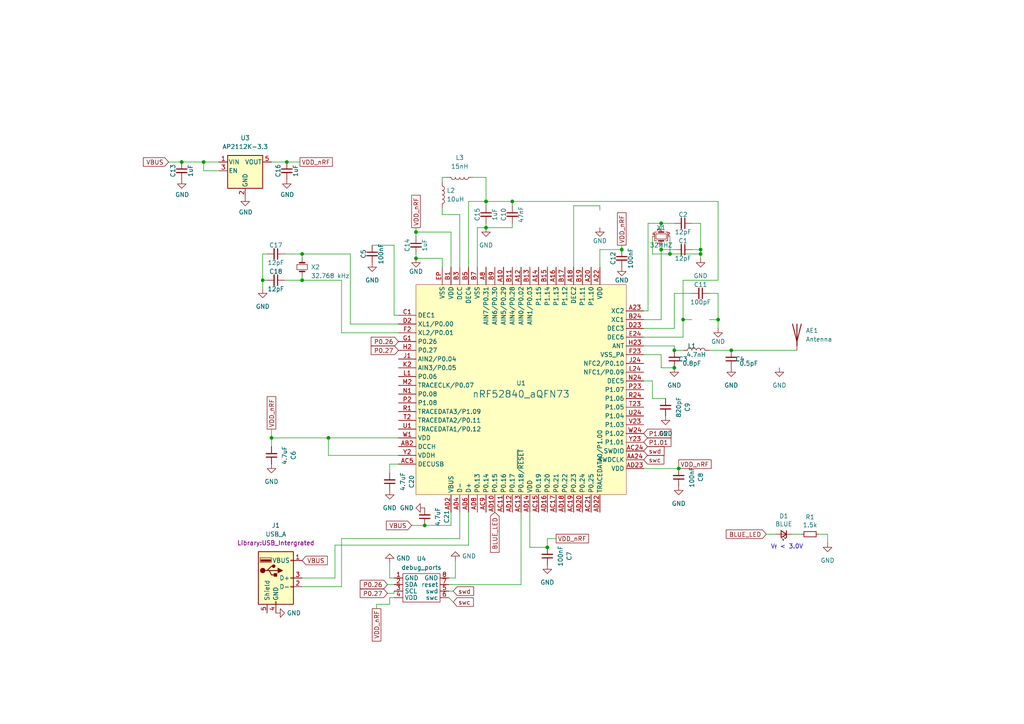
<source format=kicad_sch>
(kicad_sch (version 20230121) (generator eeschema)
  (paper "A4")
  (title_block (title "ScrollKnobV3") (date "2022-07-18") (company "Tongtong.Inc"))
  (lib_symbols
    (symbol "Connector:USB_A" (pin_names (offset 1.016))
      (property "Reference" "J" (at -5.08 11.43 0))
      (property "Value" "USB_A" (at -5.08 8.89 0))
      (property "Footprint" "Library:USB_Male_Midmount" (at 3.81 -1.27 0))
      (symbol "USB_A_0_1"
        (rectangle (start -5.08 -7.62) (end 5.08 7.62) (stroke (width 0.254)) (fill (type background)))
        (circle (center -3.81 2.159) (radius 0.635) (stroke (width 0.254)) (fill (type outline)))
        (rectangle (start -1.524 4.826) (end -4.318 5.334) (fill (type outline)))
        (rectangle (start -1.27 4.572) (end -4.572 5.842))
        (circle (center -0.635 3.429) (radius 0.381) (stroke (width 0.254)) (fill (type outline)))
        (rectangle (start -0.127 -7.62) (end 0.127 -6.858))
        (polyline (pts (xy -3.175 2.159) (xy -2.54 2.159) (xy -1.27 3.429) (xy -0.635 3.429)) (stroke (width 0.254)))
        (polyline (pts (xy -2.54 2.159) (xy -1.905 2.159) (xy -1.27 0.889) (xy 0 0.889)) (stroke (width 0.254)))
        (polyline (pts (xy 0.635 2.794) (xy 0.635 1.524) (xy 1.905 2.159) (xy 0.635 2.794)) (stroke (width 0.254)) (fill (type outline)))
        (rectangle (start 0.254 1.27) (end -0.508 0.508) (stroke (width 0.254)) (fill (type outline)))
        (rectangle (start 5.08 -2.667) (end 4.318 -2.413))
        (rectangle (start 5.08 -0.127) (end 4.318 0.127))
        (rectangle (start 5.08 4.953) (end 4.318 5.207))
      )
      (symbol "USB_A_1_1"
        (polyline (pts (xy -1.905 2.159) (xy 0.635 2.159)) (stroke (width 0.254)))
        (pin power_in line (at 7.62 5.08 180) (length 2.54) (name "VBUS") (number "1"))
        (pin bidirectional line (at 7.62 -2.54 180) (length 2.54) (name "D-") (number "2"))
        (pin bidirectional line (at 7.62 0 180) (length 2.54) (name "D+") (number "3"))
        (pin power_in line (at 0 -10.16 90) (length 2.54) (name "GND") (number "4"))
        (pin passive line (at -2.54 -10.16 90) (length 2.54) (name "Shield") (number "5"))
      )
    )
    (symbol "Device:Antenna" (pin_numbers hide) (pin_names (offset 1.016) hide)
      (property "Reference" "AE" (at -1.905 1.905 0))
      (property "Value" "Antenna" (at -1.905 0 0))
      (symbol "Antenna_0_1"
        (polyline (pts (xy 0 2.54) (xy 0 -3.81)) (stroke (width 0.254)))
        (polyline (pts (xy 1.27 2.54) (xy 0 -2.54) (xy -1.27 2.54)) (stroke (width 0.254)))
      )
      (symbol "Antenna_1_1"
        (pin input line (at 0 -5.08 90) (length 2.54) (name "A") (number "1"))
      )
    )
    (symbol "Device:C_Small" (pin_numbers hide) (pin_names (offset 0.254) hide)
      (property "Reference" "C" (at 0.254 1.778 0))
      (property "Value" "C_Small" (at 0.254 -2.032 0))
      (symbol "C_Small_0_1"
        (polyline (pts (xy -1.524 -0.508) (xy 1.524 -0.508)) (stroke (width 0.3302)))
        (polyline (pts (xy -1.524 0.508) (xy 1.524 0.508)) (stroke (width 0.3048)))
      )
      (symbol "C_Small_1_1"
        (pin passive line (at 0 2.54 270) (length 2.032) (name "~") (number "1"))
        (pin passive line (at 0 -2.54 90) (length 2.032) (name "~") (number "2"))
      )
    )
    (symbol "Device:Crystal_GND24_Small" (pin_names (offset 1.016) hide)
      (property "Reference" "Y" (at 1.27 4.445 0))
      (property "Value" "Crystal_GND24_Small" (at 1.27 2.54 0))
      (symbol "Crystal_GND24_Small_0_1"
        (rectangle (start -0.762 -1.524) (end 0.762 1.524))
        (polyline (pts (xy -1.27 -0.762) (xy -1.27 0.762)) (stroke (width 0.381)))
        (polyline (pts (xy 1.27 -0.762) (xy 1.27 0.762)) (stroke (width 0.381)))
        (polyline (pts (xy -1.27 -1.27) (xy -1.27 -1.905) (xy 1.27 -1.905) (xy 1.27 -1.27)))
        (polyline (pts (xy -1.27 1.27) (xy -1.27 1.905) (xy 1.27 1.905) (xy 1.27 1.27)))
      )
      (symbol "Crystal_GND24_Small_1_1"
        (pin passive line (at -2.54 0 0) (length 1.27) (name "1") (number "1"))
        (pin passive line (at 0 -2.54 90) (length 0.635) (name "2") (number "2"))
        (pin passive line (at 2.54 0 180) (length 1.27) (name "3") (number "3"))
        (pin passive line (at 0 2.54 270) (length 0.635) (name "4") (number "4"))
      )
    )
    (symbol "Device:Crystal_Small" (pin_numbers hide) (pin_names (offset 1.016) hide)
      (property "Reference" "Y" (at 0 2.54 0))
      (property "Value" "Crystal_Small" (at 0 -2.54 0))
      (symbol "Crystal_Small_0_1"
        (rectangle (start -0.762 -1.524) (end 0.762 1.524))
        (polyline (pts (xy -1.27 -0.762) (xy -1.27 0.762)) (stroke (width 0.381)))
        (polyline (pts (xy 1.27 -0.762) (xy 1.27 0.762)) (stroke (width 0.381)))
      )
      (symbol "Crystal_Small_1_1"
        (pin passive line (at -2.54 0 0) (length 1.27) (name "1") (number "1"))
        (pin passive line (at 2.54 0 180) (length 1.27) (name "2") (number "2"))
      )
    )
    (symbol "Device:L" (pin_numbers hide) (pin_names (offset 1.016) hide)
      (property "Reference" "L" (at -1.27 0 90))
      (property "Value" "L" (at 1.905 0 90))
      (symbol "L_0_1"
        (arc (start 0 -2.54) (mid 0.6323 -1.905) (end 0 -1.27))
        (arc (start 0 -1.27) (mid 0.6323 -0.635) (end 0 0))
        (arc (start 0 0) (mid 0.6323 0.635) (end 0 1.27))
        (arc (start 0 1.27) (mid 0.6323 1.905) (end 0 2.54))
      )
      (symbol "L_1_1"
        (pin passive line (at 0 3.81 270) (length 1.27) (name "1") (number "1"))
        (pin passive line (at 0 -3.81 90) (length 1.27) (name "2") (number "2"))
      )
    )
    (symbol "Device:LED_Small" (pin_numbers hide) (pin_names (offset 0.254) hide)
      (property "Reference" "D" (at -1.27 3.175 0))
      (property "Value" "LED_Small" (at -4.445 -2.54 0))
      (symbol "LED_Small_0_1"
        (polyline (pts (xy -0.762 -1.016) (xy -0.762 1.016)) (stroke (width 0.254)))
        (polyline (pts (xy 1.016 0) (xy -0.762 0)))
        (polyline (pts (xy 0.762 -1.016) (xy -0.762 0) (xy 0.762 1.016) (xy 0.762 -1.016)) (stroke (width 0.254)))
        (polyline (pts (xy 0 0.762) (xy -0.508 1.27) (xy -0.254 1.27) (xy -0.508 1.27) (xy -0.508 1.016)))
        (polyline (pts (xy 0.508 1.27) (xy 0 1.778) (xy 0.254 1.778) (xy 0 1.778) (xy 0 1.524)))
      )
      (symbol "LED_Small_1_1"
        (pin passive line (at -2.54 0 0) (length 1.778) (name "K") (number "1"))
        (pin passive line (at 2.54 0 180) (length 1.778) (name "A") (number "2"))
      )
    )
    (symbol "Device:R_Small" (pin_numbers hide) (pin_names (offset 0.254) hide)
      (property "Reference" "R" (at 0.762 0.508 0))
      (property "Value" "R_Small" (at 0.762 -1.016 0))
      (symbol "R_Small_0_1"
        (rectangle (start -0.762 1.778) (end 0.762 -1.778) (stroke (width 0.2032)))
      )
      (symbol "R_Small_1_1"
        (pin passive line (at 0 2.54 270) (length 0.762) (name "~") (number "1"))
        (pin passive line (at 0 -2.54 90) (length 0.762) (name "~") (number "2"))
      )
    )
    (symbol "Library:debug_ports"
      (property "Reference" "U" (at 1.905 2.54 0))
      (property "Value" "debug_ports" (at 2.54 5.08 0))
      (symbol "debug_ports_0_1"
        (rectangle (start -2.54 1.27) (end 8.255 -6.985))
      )
      (symbol "debug_ports_1_1"
        (pin input line (at -5.08 0 0) (length 2.54) (name "GND") (number "1"))
        (pin input line (at -5.08 -1.905 0) (length 2.54) (name "SDA") (number "2"))
        (pin input line (at -5.08 -3.81 0) (length 2.54) (name "SCL") (number "3"))
        (pin input line (at -5.08 -5.715 0) (length 2.54) (name "VDD") (number "4"))
        (pin input line (at 10.795 -3.81 180) (length 2.54) (name "swd") (number "5"))
        (pin input line (at 10.795 -5.715 180) (length 2.54) (name "swc") (number "6"))
        (pin input line (at 10.795 -1.905 180) (length 2.54) (name "reset") (number "7"))
        (pin input line (at 10.795 0 180) (length 2.54) (name "GND") (number "8"))
      )
    )
    (symbol "MCU_Nordic:nRF52840_aQFN73"
      (property "Reference" "U" (at -5.08 92.71 0))
      (property "Value" "nRF52840_aQFN73" (at 0 0 0))
      (symbol "nRF52840_aQFN73_0_1"
        (rectangle (start -30.48 30.48) (end 30.48 -30.48) (stroke (width 0.1)) (fill (type background)))
      )
      (symbol "nRF52840_aQFN73_1_1"
        (pin bidirectional line (at -5.08 35.56 270) (length 5.08) (name "AIN5/P0.29") (number "A10"))
        (pin bidirectional line (at 0 35.56 270) (length 5.08) (name "AIN0/P0.02") (number "A12"))
        (pin bidirectional line (at 5.08 35.56 270) (length 5.08) (name "P1.15") (number "A14"))
        (pin bidirectional line (at 10.16 35.56 270) (length 5.08) (name "P1.13") (number "A16"))
        (pin passive line (at 15.24 35.56 270) (length 5.08) (name "DEC2") (number "A18"))
        (pin bidirectional line (at 20.32 35.56 270) (length 5.08) (name "P1.10") (number "A20"))
        (pin passive line (at 22.86 35.56 270) (length 5.08) (name "VDD") (number "A22"))
        (pin input line (at 35.56 22.86 180) (length 5.08) (name "XC2") (number "A23"))
        (pin bidirectional line (at -10.16 35.56 270) (length 5.08) (name "AIN7/P0.31") (number "A8"))
        (pin input line (at 35.56 -20.32 180) (length 5.08) (name "SWDCLK") (number "AA24"))
        (pin power_out line (at -35.56 -16.51 0) (length 5.08) (name "DCCH") (number "AB2"))
        (pin bidirectional line (at -5.08 -35.56 90) (length 5.08) (name "P0.16") (number "AC11"))
        (pin bidirectional line (at 0 -35.56 90) (length 5.08) (name "P0.18/~{RESET}") (number "AC13"))
        (pin bidirectional line (at 5.08 -35.56 90) (length 5.08) (name "P0.19") (number "AC15"))
        (pin bidirectional line (at 10.16 -35.56 90) (length 5.08) (name "P0.21") (number "AC17"))
        (pin bidirectional line (at 15.24 -35.56 90) (length 5.08) (name "P0.23") (number "AC19"))
        (pin bidirectional line (at 20.32 -35.56 90) (length 5.08) (name "P0.25") (number "AC21"))
        (pin bidirectional line (at 35.56 -17.78 180) (length 5.08) (name "SWDIO") (number "AC24"))
        (pin passive line (at -35.56 -21.59 0) (length 5.08) (name "DECUSB") (number "AC5"))
        (pin bidirectional line (at -10.16 -35.56 90) (length 5.08) (name "P0.14") (number "AC9"))
        (pin bidirectional line (at -7.62 -35.56 90) (length 5.08) (name "P0.15") (number "AD10"))
        (pin bidirectional line (at -2.54 -35.56 90) (length 5.08) (name "P0.17") (number "AD12"))
        (pin passive line (at 2.54 -35.56 90) (length 5.08) (name "VDD") (number "AD14"))
        (pin bidirectional line (at 7.62 -35.56 90) (length 5.08) (name "P0.20") (number "AD16"))
        (pin bidirectional line (at 12.7 -35.56 90) (length 5.08) (name "P0.22") (number "AD18"))
        (pin power_in line (at -20.32 -35.56 90) (length 5.08) (name "VBUS") (number "AD2"))
        (pin bidirectional line (at 17.78 -35.56 90) (length 5.08) (name "P0.24") (number "AD20"))
        (pin bidirectional line (at 22.86 -35.56 90) (length 5.08) (name "TRACEDATA0/P1.00") (number "AD22"))
        (pin passive line (at 35.56 -22.86 180) (length 5.08) (name "VDD") (number "AD23"))
        (pin bidirectional line (at -17.78 -35.56 90) (length 5.08) (name "D-") (number "AD4"))
        (pin bidirectional line (at -15.24 -35.56 90) (length 5.08) (name "D+") (number "AD6"))
        (pin bidirectional line (at -12.7 -35.56 90) (length 5.08) (name "P0.13") (number "AD8"))
        (pin power_in line (at -20.32 35.56 270) (length 5.08) (name "VDD") (number "B1"))
        (pin bidirectional line (at -2.54 35.56 270) (length 5.08) (name "AIN4/P0.28") (number "B11"))
        (pin bidirectional line (at 2.54 35.56 270) (length 5.08) (name "AIN1/P0.03") (number "B13"))
        (pin bidirectional line (at 7.62 35.56 270) (length 5.08) (name "P1.14") (number "B15"))
        (pin bidirectional line (at 12.7 35.56 270) (length 5.08) (name "P1.12") (number "B17"))
        (pin bidirectional line (at 17.78 35.56 270) (length 5.08) (name "P1.11") (number "B19"))
        (pin input line (at 35.56 20.32 180) (length 5.08) (name "XC1") (number "B24"))
        (pin power_out line (at -17.78 35.56 270) (length 5.08) (name "DCC") (number "B3"))
        (pin passive line (at -15.24 35.56 270) (length 5.08) (name "DEC4") (number "B5"))
        (pin power_in line (at -12.7 35.56 270) (length 5.08) (name "VSS") (number "B7"))
        (pin bidirectional line (at -7.62 35.56 270) (length 5.08) (name "AIN6/P0.30") (number "B9"))
        (pin passive line (at -35.56 21.59 0) (length 5.08) (name "DEC1") (number "C1"))
        (pin bidirectional line (at -35.56 19.05 0) (length 5.08) (name "XL1/P0.00") (number "D2"))
        (pin passive line (at 35.56 17.78 180) (length 5.08) (name "DEC3") (number "D23"))
        (pin passive line (at 35.56 15.24 180) (length 5.08) (name "DEC6") (number "E24"))
        (pin passive line (at -22.86 35.56 270) (length 5.08) (name "VSS") (number "EP"))
        (pin bidirectional line (at -35.56 16.51 0) (length 5.08) (name "XL2/P0.01") (number "F2"))
        (pin power_in line (at 35.56 10.16 180) (length 5.08) (name "VSS_PA") (number "F23"))
        (pin bidirectional line (at -35.56 13.97 0) (length 5.08) (name "P0.26") (number "G1"))
        (pin bidirectional line (at -35.56 11.43 0) (length 5.08) (name "P0.27") (number "H2"))
        (pin passive line (at 35.56 12.7 180) (length 5.08) (name "ANT") (number "H23"))
        (pin bidirectional line (at -35.56 8.89 0) (length 5.08) (name "AIN2/P0.04") (number "J1"))
        (pin bidirectional line (at 35.56 7.62 180) (length 5.08) (name "NFC2/P0.10") (number "J24"))
        (pin bidirectional line (at -35.56 6.35 0) (length 5.08) (name "AIN3/P0.05") (number "K2"))
        (pin bidirectional line (at -35.56 3.81 0) (length 5.08) (name "P0.06") (number "L1"))
        (pin bidirectional line (at 35.56 5.08 180) (length 5.08) (name "NFC1/P0.09") (number "L24"))
        (pin bidirectional line (at -35.56 1.27 0) (length 5.08) (name "TRACECLK/P0.07") (number "M2"))
        (pin bidirectional line (at -35.56 -1.27 0) (length 5.08) (name "P0.08") (number "N1"))
        (pin passive line (at 35.56 2.54 180) (length 5.08) (name "DEC5") (number "N24"))
        (pin bidirectional line (at -35.56 -3.81 0) (length 5.08) (name "P1.08") (number "P2"))
        (pin bidirectional line (at 35.56 0 180) (length 5.08) (name "P1.07") (number "P23"))
        (pin bidirectional line (at -35.56 -6.35 0) (length 5.08) (name "TRACEDATA3/P1.09") (number "R1"))
        (pin bidirectional line (at 35.56 -2.54 180) (length 5.08) (name "P1.06") (number "R24"))
        (pin bidirectional line (at -35.56 -8.89 0) (length 5.08) (name "TRACEDATA2/P0.11") (number "T2"))
        (pin bidirectional line (at 35.56 -5.08 180) (length 5.08) (name "P1.05") (number "T23"))
        (pin bidirectional line (at -35.56 -11.43 0) (length 5.08) (name "TRACEDATA1/P0.12") (number "U1"))
        (pin bidirectional line (at 35.56 -7.62 180) (length 5.08) (name "P1.04") (number "U24"))
        (pin bidirectional line (at 35.56 -10.16 180) (length 5.08) (name "P1.03") (number "V23"))
        (pin passive line (at -35.56 -13.97 0) (length 5.08) (name "VDD") (number "W1"))
        (pin bidirectional line (at 35.56 -12.7 180) (length 5.08) (name "P1.02") (number "W24"))
        (pin power_in line (at -35.56 -19.05 0) (length 5.08) (name "VDDH") (number "Y2"))
        (pin bidirectional line (at 35.56 -15.24 180) (length 5.08) (name "P1.01") (number "Y23"))
      )
    )
    (symbol "Regulator_Linear:AP2112K-3.3" (pin_names (offset 0.254))
      (property "Reference" "U" (at -5.08 5.715 0))
      (property "Value" "AP2112K-3.3" (at 0 5.715 0))
      (symbol "AP2112K-3.3_0_1"
        (rectangle (start -5.08 4.445) (end 5.08 -5.08) (stroke (width 0.254)) (fill (type background)))
      )
      (symbol "AP2112K-3.3_1_1"
        (pin power_in line (at -7.62 2.54 0) (length 2.54) (name "VIN") (number "1"))
        (pin power_in line (at 0 -7.62 90) (length 2.54) (name "GND") (number "2"))
        (pin input line (at -7.62 0 0) (length 2.54) (name "EN") (number "3"))
        (pin no_connect line (at 5.08 0 180) (length 2.54) hide (name "NC") (number "4"))
        (pin power_out line (at 7.62 2.54 180) (length 2.54) (name "VOUT") (number "5"))
      )
    )
    (symbol "nrfmicro-rescue:GND" (power) (pin_names (offset 0))
      (property "Value" "GND" (at 0 -3.81 0))
      (symbol "GND_0_1"
        (polyline (pts (xy 0 0) (xy 0 -1.27) (xy 1.27 -1.27) (xy 0 -2.54) (xy -1.27 -1.27) (xy 0 -1.27)))
      )
      (symbol "GND_1_1"
        (pin power_in line (at 0 0 270) (length 0) hide (name "GND") (number "1"))
      )
    )
    (symbol "power:GND" (power) (pin_names (offset 0))
      (property "Value" "GND" (at 0 -3.81 0))
      (symbol "GND_0_1"
        (polyline (pts (xy 0 0) (xy 0 -1.27) (xy 1.27 -1.27) (xy 0 -2.54) (xy -1.27 -1.27) (xy 0 -1.27)))
      )
      (symbol "GND_1_1"
        (pin power_in line (at 0 0 270) (length 0) hide (name "GND") (number "1"))
      )
    )
  )
  (junction (at 158.75 158.75))
  (junction (at 120.65 67.31))
  (junction (at 203.2 73.66))
  (junction (at 76.2 81.28))
  (junction (at 140.97 66.04))
  (junction (at 120.65 74.93))
  (junction (at 123.19 152.4))
  (junction (at 87.63 73.66))
  (junction (at 87.63 81.28))
  (junction (at 195.58 106.68))
  (junction (at 59.055 46.99))
  (junction (at 208.28 92.71))
  (junction (at 148.59 58.42))
  (junction (at 194.31 73.66))
  (junction (at 198.12 92.71))
  (junction (at 191.77 64.77))
  (junction (at 196.85 135.89))
  (junction (at 83.185 46.99))
  (junction (at 180.34 72.39))
  (junction (at 52.705 46.99))
  (junction (at 95.25 127))
  (junction (at 203.2 72.39))
  (junction (at 212.09 101.6))
  (junction (at 191.77 72.39))
  (junction (at 78.74 127))
  (junction (at 195.58 101.6))
  (junction (at 140.97 58.42))
  (wire (pts (xy 112.395 172.085) (xy 114.3 172.085)))
  (wire (pts (xy 189.23 110.49) (xy 189.23 115.57)))
  (wire (pts (xy 189.23 73.66) (xy 194.31 73.66)))
  (wire (pts (xy 191.77 72.39) (xy 195.58 72.39)))
  (wire (pts (xy 200.66 72.39) (xy 203.2 72.39)))
  (wire (pts (xy 83.185 46.99) (xy 78.74 46.99)))
  (wire (pts (xy 135.89 58.42) (xy 135.89 77.47)))
  (wire (pts (xy 128.27 60.325) (xy 128.27 62.23)))
  (wire (pts (xy 203.2 73.66) (xy 203.2 74.93)))
  (wire (pts (xy 130.175 167.64) (xy 132.08 167.64)))
  (wire (pts (xy 191.77 92.71) (xy 186.69 92.71)))
  (wire (pts (xy 205.74 92.71) (xy 208.28 92.71)))
  (wire (pts (xy 87.63 73.66) (xy 87.63 74.93)))
  (wire (pts (xy 191.77 72.39) (xy 191.77 92.71)))
  (wire (pts (xy 76.2 81.28) (xy 77.47 81.28)))
  (wire (pts (xy 140.97 58.42) (xy 135.89 58.42)))
  (wire (pts (xy 99.06 170.18) (xy 87.63 170.18)))
  (wire (pts (xy 205.74 101.6) (xy 212.09 101.6)))
  (wire (pts (xy 203.2 73.66) (xy 194.31 73.66)))
  (wire (pts (xy 107.95 71.12) (xy 114.3 71.12)))
  (wire (pts (xy 140.97 58.42) (xy 140.97 59.69)))
  (wire (pts (xy 200.66 85.09) (xy 195.58 85.09)))
  (wire (pts (xy 112.395 169.545) (xy 114.3 169.545)))
  (wire (pts (xy 87.63 167.64) (xy 97.155 167.64)))
  (wire (pts (xy 198.12 92.71) (xy 200.66 92.71)))
  (wire (pts (xy 187.96 64.77) (xy 191.77 64.77)))
  (wire (pts (xy 191.77 102.87) (xy 186.69 102.87)))
  (wire (pts (xy 195.58 85.09) (xy 195.58 95.25)))
  (wire (pts (xy 131.445 171.45) (xy 130.175 171.45)))
  (wire (pts (xy 120.65 67.31) (xy 120.65 68.58)))
  (wire (pts (xy 95.25 127) (xy 95.25 132.08)))
  (wire (pts (xy 186.69 95.25) (xy 195.58 95.25)))
  (wire (pts (xy 140.97 66.04) (xy 148.59 66.04)))
  (wire (pts (xy 198.12 81.28) (xy 208.28 81.28)))
  (wire (pts (xy 87.63 73.66) (xy 101.6 73.66)))
  (wire (pts (xy 119.38 152.4) (xy 123.19 152.4)))
  (wire (pts (xy 189.23 68.58) (xy 189.23 73.66)))
  (wire (pts (xy 196.85 134.62) (xy 196.85 135.89)))
  (wire (pts (xy 120.65 73.66) (xy 120.65 74.93)))
  (wire (pts (xy 131.445 174.625) (xy 130.175 173.355)))
  (wire (pts (xy 186.69 97.79) (xy 198.12 97.79)))
  (wire (pts (xy 208.28 58.42) (xy 148.59 58.42)))
  (wire (pts (xy 76.2 73.66) (xy 76.2 81.28)))
  (wire (pts (xy 128.27 51.435) (xy 128.27 52.705)))
  (wire (pts (xy 99.06 156.21) (xy 99.06 170.18)))
  (wire (pts (xy 59.055 46.99) (xy 63.5 46.99)))
  (wire (pts (xy 95.25 127) (xy 115.57 127)))
  (wire (pts (xy 113.03 163.195) (xy 113.03 167.64)))
  (wire (pts (xy 113.03 134.62) (xy 115.57 134.62)))
  (wire (pts (xy 130.175 169.545) (xy 151.13 169.545)))
  (wire (pts (xy 173.99 59.69) (xy 173.99 60.96)))
  (wire (pts (xy 97.155 158.115) (xy 135.89 158.115)))
  (wire (pts (xy 198.12 92.71) (xy 198.12 97.79)))
  (wire (pts (xy 78.74 127) (xy 78.74 129.54)))
  (wire (pts (xy 140.97 64.77) (xy 140.97 66.04)))
  (wire (pts (xy 186.69 100.33) (xy 195.58 100.33)))
  (wire (pts (xy 48.895 46.99) (xy 52.705 46.99)))
  (wire (pts (xy 101.6 93.98) (xy 101.6 73.66)))
  (wire (pts (xy 115.57 93.98) (xy 101.6 93.98)))
  (wire (pts (xy 173.99 72.39) (xy 180.34 72.39)))
  (wire (pts (xy 132.08 162.56) (xy 132.08 167.64)))
  (wire (pts (xy 205.74 85.09) (xy 208.28 85.09)))
  (wire (pts (xy 87.63 80.01) (xy 87.63 81.28)))
  (wire (pts (xy 148.59 58.42) (xy 140.97 58.42)))
  (wire (pts (xy 114.3 173.355) (xy 113.03 173.355)))
  (wire (pts (xy 189.23 115.57) (xy 193.04 115.57)))
  (wire (pts (xy 128.27 77.47) (xy 128.27 74.93)))
  (wire (pts (xy 130.81 77.47) (xy 130.81 67.31)))
  (wire (pts (xy 208.28 92.71) (xy 208.28 95.25)))
  (wire (pts (xy 148.59 66.04) (xy 148.59 64.77)))
  (wire (pts (xy 133.35 148.59) (xy 133.35 156.21)))
  (wire (pts (xy 148.59 58.42) (xy 148.59 59.69)))
  (wire (pts (xy 140.97 51.435) (xy 137.16 51.435)))
  (wire (pts (xy 158.75 156.21) (xy 158.75 158.75)))
  (wire (pts (xy 173.99 77.47) (xy 173.99 72.39)))
  (wire (pts (xy 135.89 148.59) (xy 135.89 158.115)))
  (wire (pts (xy 140.97 58.42) (xy 140.97 51.435)))
  (wire (pts (xy 78.74 127) (xy 95.25 127)))
  (wire (pts (xy 82.55 73.66) (xy 87.63 73.66)))
  (wire (pts (xy 133.35 62.23) (xy 133.35 77.47)))
  (wire (pts (xy 151.13 169.545) (xy 151.13 148.59)))
  (wire (pts (xy 120.65 66.04) (xy 120.65 67.31)))
  (wire (pts (xy 120.65 74.93) (xy 128.27 74.93)))
  (wire (pts (xy 129.54 51.435) (xy 128.27 51.435)))
  (wire (pts (xy 114.3 172.085) (xy 114.3 171.45)))
  (wire (pts (xy 130.81 152.4) (xy 130.81 148.59)))
  (wire (pts (xy 153.67 158.75) (xy 158.75 158.75)))
  (wire (pts (xy 52.705 46.99) (xy 59.055 46.99)))
  (wire (pts (xy 187.96 90.17) (xy 187.96 64.77)))
  (wire (pts (xy 109.22 175.26) (xy 109.22 176.53)))
  (wire (pts (xy 222.25 154.94) (xy 224.79 154.94)))
  (wire (pts (xy 82.55 81.28) (xy 87.63 81.28)))
  (wire (pts (xy 186.69 110.49) (xy 189.23 110.49)))
  (wire (pts (xy 87.63 81.28) (xy 99.06 81.28)))
  (wire (pts (xy 76.2 81.28) (xy 76.2 83.82)))
  (wire (pts (xy 195.58 101.6) (xy 198.12 101.6)))
  (wire (pts (xy 115.57 91.44) (xy 114.3 91.44)))
  (wire (pts (xy 191.77 71.12) (xy 191.77 72.39)))
  (wire (pts (xy 128.27 62.23) (xy 133.35 62.23)))
  (wire (pts (xy 99.06 81.28) (xy 99.06 96.52)))
  (wire (pts (xy 212.09 101.6) (xy 231.14 101.6)))
  (wire (pts (xy 63.5 49.53) (xy 59.055 49.53)))
  (wire (pts (xy 208.28 85.09) (xy 208.28 92.71)))
  (wire (pts (xy 138.43 77.47) (xy 138.43 66.04)))
  (wire (pts (xy 229.87 154.94) (xy 232.41 154.94)))
  (wire (pts (xy 191.77 106.68) (xy 191.77 102.87)))
  (wire (pts (xy 97.155 167.64) (xy 97.155 158.115)))
  (wire (pts (xy 113.03 167.64) (xy 114.3 167.64)))
  (wire (pts (xy 186.69 135.89) (xy 196.85 135.89)))
  (wire (pts (xy 180.34 71.12) (xy 180.34 72.39)))
  (wire (pts (xy 203.2 64.77) (xy 203.2 72.39)))
  (wire (pts (xy 166.37 77.47) (xy 166.37 59.69)))
  (wire (pts (xy 237.49 154.94) (xy 240.03 154.94)))
  (wire (pts (xy 95.25 132.08) (xy 115.57 132.08)))
  (wire (pts (xy 240.03 154.94) (xy 240.03 157.48)))
  (wire (pts (xy 195.58 106.68) (xy 191.77 106.68)))
  (wire (pts (xy 120.65 67.31) (xy 130.81 67.31)))
  (wire (pts (xy 153.67 148.59) (xy 153.67 158.75)))
  (wire (pts (xy 203.2 72.39) (xy 203.2 73.66)))
  (wire (pts (xy 195.58 100.33) (xy 195.58 101.6)))
  (wire (pts (xy 191.77 64.77) (xy 195.58 64.77)))
  (wire (pts (xy 78.74 124.46) (xy 78.74 127)))
  (wire (pts (xy 113.03 175.26) (xy 109.22 175.26)))
  (wire (pts (xy 114.3 91.44) (xy 114.3 71.12)))
  (wire (pts (xy 113.03 173.355) (xy 113.03 175.26)))
  (wire (pts (xy 166.37 59.69) (xy 173.99 59.69)))
  (wire (pts (xy 200.66 64.77) (xy 203.2 64.77)))
  (wire (pts (xy 194.31 73.66) (xy 194.31 68.58)))
  (wire (pts (xy 208.28 81.28) (xy 208.28 58.42)))
  (wire (pts (xy 161.29 156.21) (xy 158.75 156.21)))
  (wire (pts (xy 191.77 64.77) (xy 191.77 66.04)))
  (wire (pts (xy 186.69 90.17) (xy 187.96 90.17)))
  (wire (pts (xy 59.055 49.53) (xy 59.055 46.99)))
  (wire (pts (xy 76.2 73.66) (xy 77.47 73.66)))
  (wire (pts (xy 138.43 66.04) (xy 140.97 66.04)))
  (wire (pts (xy 86.995 46.99) (xy 83.185 46.99)))
  (wire (pts (xy 99.06 96.52) (xy 115.57 96.52)))
  (wire (pts (xy 123.19 152.4) (xy 130.81 152.4)))
  (wire (pts (xy 113.03 137.16) (xy 113.03 134.62)))
  (wire (pts (xy 133.35 156.21) (xy 99.06 156.21)))
  (wire (pts (xy 198.12 81.28) (xy 198.12 92.71)))
  (text "V_{f} < 3.0V" (at 223.52 159.385 0) (effects (font (size 1.27 1.27)) (justify left bottom)))
  (global_label "VBUS" (shape input) (at 87.63 162.56 0) (property "Intersheetrefs" "${INTERSHEET_REFS}" (effects hide)))
  (global_label "BLUE_LED" (shape input) (at 222.25 154.94 180) (property "Intersheetrefs" "${INTERSHEET_REFS}" (effects hide)))
  (global_label "swc" (shape input) (at 186.69 133.35 0) (property "Intersheetrefs" "${INTERSHEET_REFS}" (effects hide)))
  (global_label "swc" (shape input) (at 131.445 174.625 0) (property "Intersheetrefs" "${INTERSHEET_REFS}" (effects hide)))
  (global_label "VDD_nRF" (shape passive) (at 86.995 46.99 0) (property "Intersheetrefs" "${INTERSHEET_REFS}" (effects hide)))
  (global_label "swd" (shape input) (at 186.69 130.81 0) (property "Intersheetrefs" "${INTERSHEET_REFS}" (effects hide)))
  (global_label "VDD_nRF" (shape passive) (at 109.22 176.53 270) (property "Intersheetrefs" "${INTERSHEET_REFS}" (effects hide)))
  (global_label "P1.01" (shape input) (at 186.69 128.27 0) (property "Intersheetrefs" "${INTERSHEET_REFS}" (effects hide)))
  (global_label "P1.02" (shape input) (at 186.69 125.73 0) (property "Intersheetrefs" "${INTERSHEET_REFS}" (effects hide)))
  (global_label "VDD_nRF" (shape passive) (at 196.85 134.62 0) (property "Intersheetrefs" "${INTERSHEET_REFS}" (effects hide)))
  (global_label "VBUS" (shape input) (at 119.38 152.4 180) (property "Intersheetrefs" "${INTERSHEET_REFS}" (effects hide)))
  (global_label "swd" (shape input) (at 131.445 171.45 0) (property "Intersheetrefs" "${INTERSHEET_REFS}" (effects hide)))
  (global_label "P0.26" (shape input) (at 112.395 169.545 180) (property "Intersheetrefs" "${INTERSHEET_REFS}" (effects hide)))
  (global_label "VDD_nRF" (shape passive) (at 78.74 124.46 90) (property "Intersheetrefs" "${INTERSHEET_REFS}" (effects hide)))
  (global_label "VDD_nRF" (shape passive) (at 180.34 71.12 90) (property "Intersheetrefs" "${INTERSHEET_REFS}" (effects hide)))
  (global_label "BLUE_LED" (shape input) (at 143.51 148.59 270) (property "Intersheetrefs" "${INTERSHEET_REFS}" (effects hide)))
  (global_label "P0.27" (shape input) (at 115.57 101.6 180) (property "Intersheetrefs" "${INTERSHEET_REFS}" (effects hide)))
  (global_label "VDD_nRF" (shape passive) (at 120.65 66.04 90) (property "Intersheetrefs" "${INTERSHEET_REFS}" (effects hide)))
  (global_label "P0.27" (shape input) (at 112.395 172.085 180) (property "Intersheetrefs" "${INTERSHEET_REFS}" (effects hide)))
  (global_label "VBUS" (shape input) (at 48.895 46.99 180) (property "Intersheetrefs" "${INTERSHEET_REFS}" (effects hide)))
  (global_label "VDD_nRF" (shape passive) (at 161.29 156.21 0) (property "Intersheetrefs" "${INTERSHEET_REFS}" (effects hide)))
  (global_label "P0.26" (shape input) (at 115.57 99.06 180) (property "Intersheetrefs" "${INTERSHEET_REFS}" (effects hide)))
  (symbol (lib_id "Device:C_Small") (at 107.95 73.66 0) (unit 1)
    (property "Reference" "C5" (at 105.41 73.66 90))
    (property "Value" "100nF" (at 110.49 73.66 90))
    (property "Footprint" "Capacitor_SMD:C_0402_1005Metric" (effects hide))
  )
  (symbol (lib_id "Device:Antenna") (at 231.14 96.52 0) (unit 1)
    (property "Reference" "AE1" (at 233.68 95.8849 0) (effects (justify left)))
    (property "Value" "Antenna" (at 233.68 98.4249 0) (effects (justify left)))
    (property "Footprint" "RF_Antenna:Johanson_2450AT43F0100" (effects hide))
  )
  (symbol (lib_id "Device:C_Small") (at 195.58 104.14 180) (unit 1)
    (property "Reference" "C3" (at 198.12 104.14 0))
    (property "Value" "0.8pF" (at 200.66 105.41 0))
    (property "Footprint" "Capacitor_SMD:C_0402_1005Metric" (effects hide))
  )
  (symbol (lib_id "Device:L") (at 201.93 101.6 90) (unit 1)
    (property "Reference" "L1" (at 200.66 100.33 90))
    (property "Value" "4.7nH" (at 201.93 102.87 90))
    (property "Footprint" "Inductor_SMD:L_0402_1005Metric" (effects hide))
  )
  (symbol (lib_id "Device:C_Small") (at 198.12 72.39 270) (unit 1)
    (property "Reference" "C1" (at 198.12 69.85 90))
    (property "Value" "12pF" (at 198.12 74.93 90))
    (property "Footprint" "Capacitor_SMD:C_0402_1005Metric" (effects hide))
  )
  (symbol (lib_id "power:GND") (at 180.34 77.47 0) (unit 1)
    (property "Reference" "#PWR0112" (effects hide))
    (property "Value" "GND" (at 180.34 81.28 0))
  )
  (symbol (lib_id "Device:C_Small") (at 212.09 104.14 180) (unit 1)
    (property "Reference" "C4" (at 214.63 104.14 0))
    (property "Value" "0.5pF" (at 217.17 105.41 0))
    (property "Footprint" "Capacitor_SMD:C_0402_1005Metric" (effects hide))
  )
  (symbol (lib_id "Connector:USB_A") (at 80.01 167.64 0) (unit 1)
    (property "Reference" "J1" (at 80.01 152.4 0))
    (property "Value" "USB_A" (at 80.01 154.94 0))
    (property "Footprint" "Library:USB_Intergrated" (at 80.01 157.48 0))
    (property "Datasheet" " ~" (effects hide))
  )
  (symbol (lib_id "power:GND") (at 113.03 163.195 180) (unit 1)
    (property "Reference" "#PWR0119" (effects hide))
    (property "Value" "GND" (at 114.935 161.9249 0) (effects (justify right)))
  )
  (symbol (lib_id "Device:L") (at 133.35 51.435 270) (unit 1)
    (property "Reference" "L3" (at 133.35 45.72 90))
    (property "Value" "15nH" (at 133.35 48.26 90))
    (property "Footprint" "Inductor_SMD:L_0402_1005Metric" (effects hide))
  )
  (symbol (lib_id "Regulator_Linear:AP2112K-3.3") (at 71.12 49.53 0) (unit 1)
    (property "Reference" "U3" (at 71.12 40.005 0))
    (property "Value" "AP2112K-3.3" (at 71.12 42.545 0))
    (property "Footprint" "Package_TO_SOT_SMD:SOT-23-5" (effects hide))
    (property "Datasheet" "https://www.diodes.com/assets/Datasheets/AP2112.pdf" (effects hide))
  )
  (symbol (lib_id "power:GND") (at 195.58 106.68 0) (unit 1)
    (property "Reference" "#PWR0106" (effects hide))
    (property "Value" "GND" (at 195.58 111.76 0))
  )
  (symbol (lib_id "power:GND") (at 80.01 177.8 90) (unit 1)
    (property "Reference" "#PWR0118" (effects hide))
    (property "Value" "GND" (at 83.185 177.7999 90) (effects (justify right)))
  )
  (symbol (lib_id "power:GND") (at 132.08 162.56 180) (unit 1)
    (property "Reference" "#PWR0120" (effects hide))
    (property "Value" "GND" (at 133.985 161.2899 0) (effects (justify right)))
  )
  (symbol (lib_id "power:GND") (at 240.03 157.48 0) (unit 1)
    (property "Reference" "#PWR0121" (effects hide))
    (property "Value" "GND" (at 240.03 162.56 0))
  )
  (symbol (lib_id "Device:Crystal_Small") (at 87.63 77.47 270) (unit 1)
    (property "Reference" "X2" (at 90.17 77.47 90) (effects (justify left)))
    (property "Value" "32.768 kHz" (at 90.17 80.01 90) (effects (justify left)))
    (property "Footprint" "Crystal:Crystal_SMD_2012-2Pin_2.0x1.2mm" (effects hide))
    (property "LCSC Part" "C97607" (effects hide))
    (property "Digikey" "728-1075-1-ND" (effects hide))
    (property "Manufacturer Part" "SC20S-12.5PF20PPM" (effects hide))
    (property "JLC Part" "C93231" (effects hide))
  )
  (symbol (lib_id "Device:C_Small") (at 148.59 62.23 0) (unit 1)
    (property "Reference" "C10" (at 146.05 62.23 90))
    (property "Value" "47nF" (at 151.13 62.23 90))
    (property "Footprint" "Capacitor_SMD:C_0402_1005Metric" (effects hide))
  )
  (symbol (lib_id "power:GND") (at 76.2 83.82 0) (unit 1)
    (property "Reference" "#PWR0117" (effects hide))
    (property "Value" "GND" (at 76.2 88.9 0))
  )
  (symbol (lib_id "Device:C_Small") (at 193.04 118.11 180) (unit 1)
    (property "Reference" "C9" (at 199.39 118.11 90))
    (property "Value" "820pF" (at 196.85 118.11 90))
    (property "Footprint" "Capacitor_SMD:C_0402_1005Metric" (effects hide))
  )
  (symbol (lib_id "nrfmicro-rescue:GND") (at 83.185 52.07 0) (unit 1)
    (property "Reference" "#PWR0124" (effects hide))
    (property "Value" "GND" (at 83.312 56.4642 0))
  )
  (symbol (lib_id "power:GND") (at 212.09 106.68 0) (unit 1)
    (property "Reference" "#PWR0102" (effects hide))
    (property "Value" "GND" (at 212.09 111.76 0))
  )
  (symbol (lib_id "Device:C_Small") (at 113.03 139.7 180) (unit 1)
    (property "Reference" "C20" (at 119.38 139.7 90))
    (property "Value" "4.7uF" (at 116.84 139.7 90))
    (property "Footprint" "Capacitor_SMD:C_0402_1005Metric" (effects hide))
  )
  (symbol (lib_id "power:GND") (at 193.04 120.65 0) (unit 1)
    (property "Reference" "#PWR0103" (effects hide))
    (property "Value" "GND" (at 193.04 125.73 0))
  )
  (symbol (lib_id "Device:C_Small") (at 203.2 85.09 270) (unit 1)
    (property "Reference" "C11" (at 203.2 82.55 90))
    (property "Value" "100pF" (at 203.2 87.63 90))
    (property "Footprint" "Capacitor_SMD:C_0402_1005Metric" (effects hide))
  )
  (symbol (lib_id "Device:C_Small") (at 120.65 71.12 0) (unit 1)
    (property "Reference" "C14" (at 118.11 71.12 90))
    (property "Value" "1uF" (at 123.19 71.12 90))
    (property "Footprint" "Capacitor_SMD:C_0402_1005Metric" (effects hide))
  )
  (symbol (lib_id "power:GND") (at 78.74 134.62 0) (unit 1)
    (property "Reference" "#PWR0116" (effects hide))
    (property "Value" "GND" (at 78.74 139.7 0))
  )
  (symbol (lib_id "Device:C_Small") (at 180.34 74.93 0) (unit 1)
    (property "Reference" "C12" (at 177.8 74.93 90))
    (property "Value" "100nF" (at 182.88 74.93 90))
    (property "Footprint" "Capacitor_SMD:C_0402_1005Metric" (effects hide))
  )
  (symbol (lib_id "power:GND") (at 140.97 66.04 0) (unit 1)
    (property "Reference" "#PWR0109" (effects hide))
    (property "Value" "GND" (at 140.97 71.12 0))
  )
  (symbol (lib_id "nrfmicro-rescue:GND") (at 71.12 57.15 0) (unit 1)
    (property "Reference" "#PWR0122" (effects hide))
    (property "Value" "GND" (at 71.247 61.5442 0))
  )
  (symbol (lib_id "power:GND") (at 158.75 163.83 0) (unit 1)
    (property "Reference" "#PWR0110" (effects hide))
    (property "Value" "GND" (at 158.75 168.91 0))
  )
  (symbol (lib_id "power:GND") (at 113.03 142.24 0) (unit 1)
    (property "Reference" "#PWR0108" (effects hide))
    (property "Value" "GND" (at 113.03 147.32 0))
  )
  (symbol (lib_id "power:GND") (at 226.06 106.68 0) (unit 1)
    (property "Reference" "#PWR0101" (effects hide))
    (property "Value" "GND" (at 226.06 111.76 0))
  )
  (symbol (lib_id "power:GND") (at 173.99 66.04 0) (unit 1)
    (property "Reference" "#PWR0111" (effects hide))
    (property "Value" "GND" (at 173.99 69.85 0))
  )
  (symbol (lib_id "nrfmicro-rescue:GND") (at 52.705 52.07 0) (unit 1)
    (property "Reference" "#PWR0123" (effects hide))
    (property "Value" "GND" (at 52.832 56.4642 0))
  )
  (symbol (lib_id "MCU_Nordic:nRF52840_aQFN73") (at 151.13 113.03 0) (unit 1)
    (property "Reference" "U1" (at 151.13 111.1249 0))
    (property "Value" "nRF52840_aQFN73" (at 151.13 114.3 0) (effects (font (size 2 2))))
    (property "Footprint" "Library:AQFN-73-1EP_7x7mm_P0.5mm_NRF52840-custom" (effects hide))
  )
  (symbol (lib_id "Device:C_Small") (at 83.185 49.53 0) (unit 1)
    (property "Reference" "C16" (at 80.645 49.53 90))
    (property "Value" "1uF" (at 85.725 49.53 90))
    (property "Footprint" "Capacitor_SMD:C_0402_1005Metric" (effects hide))
  )
  (symbol (lib_id "Device:C_Small") (at 80.01 73.66 270) (unit 1)
    (property "Reference" "C17" (at 80.01 71.12 90))
    (property "Value" "12pF" (at 80.01 76.2 90))
    (property "Footprint" "Capacitor_SMD:C_0402_1005Metric" (effects hide))
  )
  (symbol (lib_id "Device:C_Small") (at 80.01 81.28 270) (unit 1)
    (property "Reference" "C18" (at 80.01 78.74 90))
    (property "Value" "12pF" (at 80.01 83.82 90))
    (property "Footprint" "Capacitor_SMD:C_0402_1005Metric" (effects hide))
  )
  (symbol (lib_id "Device:R_Small") (at 234.95 154.94 270) (unit 1)
    (property "Reference" "R1" (at 234.95 149.9616 90))
    (property "Value" "1.5k" (at 234.95 152.273 90))
    (property "Footprint" "Library:Resistor_0402_1005M-nosilk" (effects hide))
    (property "LCSC Part" "C114759" (effects hide))
    (property "Manufacturer Part" "RC0402FR-071K5L" (effects hide))
    (property "JLC Part" "C25867" (effects hide))
  )
  (symbol (lib_id "power:GND") (at 120.65 74.93 0) (unit 1)
    (property "Reference" "#PWR0115" (effects hide))
    (property "Value" "GND" (at 120.65 78.74 0))
  )
  (symbol (lib_id "Device:Crystal_GND24_Small") (at 191.77 68.58 90) (unit 1)
    (property "Reference" "X1" (at 191.77 66.04 90))
    (property "Value" "32MHZ" (at 191.77 71.12 90))
    (property "Footprint" "Library:crystal 32mhz" (effects hide))
  )
  (symbol (lib_id "Device:LED_Small") (at 227.33 154.94 180) (unit 1)
    (property "Reference" "D1" (at 227.33 149.6822 0))
    (property "Value" "BLUE" (at 227.33 151.9936 0))
    (property "Footprint" "Library:LED_0603_1608Metric-nosilk" (effects hide))
    (property "LCSC Part" "C146215" (effects hide))
    (property "Manufacturer Part" "19-217/BHC-ZL1M2RY/3T" (effects hide))
    (property "JLC Part" "C72041" (effects hide))
  )
  (symbol (lib_id "Device:L") (at 128.27 56.515 0) (unit 1)
    (property "Reference" "L2" (at 129.54 55.2449 0) (effects (justify left)))
    (property "Value" "10uH" (at 129.54 57.7849 0) (effects (justify left)))
    (property "Footprint" "Inductor_SMD:L_0402_1005Metric" (effects hide))
  )
  (symbol (lib_id "Device:C_Small") (at 196.85 138.43 180) (unit 1)
    (property "Reference" "C8" (at 203.2 138.43 90))
    (property "Value" "100nF" (at 200.66 138.43 90))
    (property "Footprint" "Capacitor_SMD:C_0402_1005Metric" (effects hide))
  )
  (symbol (lib_id "Device:C_Small") (at 198.12 64.77 270) (unit 1)
    (property "Reference" "C2" (at 198.12 62.23 90))
    (property "Value" "12pF" (at 198.12 67.31 90))
    (property "Footprint" "Capacitor_SMD:C_0402_1005Metric" (effects hide))
  )
  (symbol (lib_id "Device:C_Small") (at 140.97 62.23 0) (unit 1)
    (property "Reference" "C15" (at 138.43 62.23 90))
    (property "Value" "1uF" (at 143.51 62.23 90))
    (property "Footprint" "Capacitor_SMD:C_0402_1005Metric" (effects hide))
  )
  (symbol (lib_id "power:GND") (at 208.28 95.25 0) (unit 1)
    (property "Reference" "#PWR0105" (effects hide))
    (property "Value" "GND" (at 208.28 99.06 0))
  )
  (symbol (lib_id "Library:debug_ports") (at 119.38 167.64 0) (unit 1)
    (property "Reference" "U4" (at 122.2375 162.052 0))
    (property "Value" "debug_ports" (at 122.2375 164.592 0))
    (property "Footprint" "Library:Debug pin cluster" (effects hide))
  )
  (symbol (lib_id "power:GND") (at 107.95 76.2 0) (unit 1)
    (property "Reference" "#PWR0114" (effects hide))
    (property "Value" "GND" (at 107.95 81.28 0))
  )
  (symbol (lib_id "Device:C_Small") (at 158.75 161.29 180) (unit 1)
    (property "Reference" "C7" (at 165.1 161.29 90))
    (property "Value" "100nF" (at 162.56 161.29 90))
    (property "Footprint" "Capacitor_SMD:C_0402_1005Metric" (effects hide))
  )
  (symbol (lib_id "Device:C_Small") (at 52.705 49.53 0) (unit 1)
    (property "Reference" "C13" (at 50.165 49.53 90))
    (property "Value" "1uF" (at 55.245 49.53 90))
    (property "Footprint" "Capacitor_SMD:C_0402_1005Metric" (effects hide))
  )
  (symbol (lib_id "Device:C_Small") (at 123.19 149.86 180) (unit 1)
    (property "Reference" "C21" (at 129.54 149.86 90))
    (property "Value" "4.7uF" (at 127 149.86 90))
    (property "Footprint" "Capacitor_SMD:C_0402_1005Metric" (effects hide))
  )
  (symbol (lib_id "power:GND") (at 123.19 147.32 270) (unit 1)
    (property "Reference" "#PWR0107" (effects hide))
    (property "Value" "GND" (at 120.015 147.3199 90) (effects (justify right)))
  )
  (symbol (lib_id "Device:C_Small") (at 78.74 132.08 180) (unit 1)
    (property "Reference" "C6" (at 85.09 132.08 90))
    (property "Value" "4.7uF" (at 82.55 132.08 90))
    (property "Footprint" "Capacitor_SMD:C_0402_1005Metric" (effects hide))
  )
  (symbol (lib_id "power:GND") (at 196.85 140.97 0) (unit 1)
    (property "Reference" "#PWR0104" (effects hide))
    (property "Value" "GND" (at 196.85 146.05 0))
  )
  (symbol (lib_id "power:GND") (at 203.2 74.93 0) (unit 1)
    (property "Reference" "#PWR0113" (effects hide))
    (property "Value" "GND" (at 203.2 80.01 0))
  )
)
</source>
